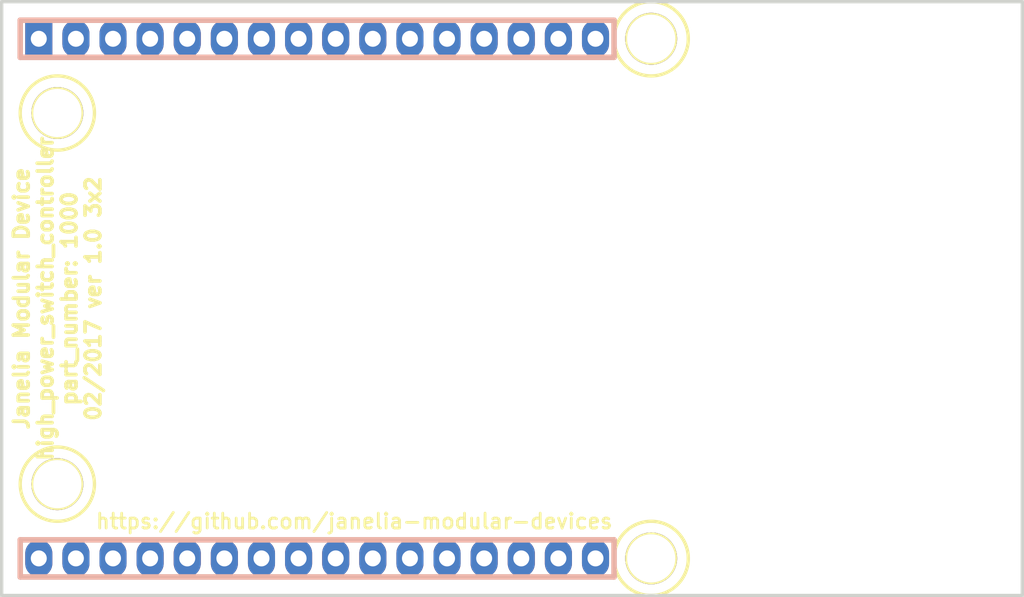
<source format=kicad_pcb>
(kicad_pcb (version 20170123) (host pcbnew no-vcs-found-7602~57~ubuntu16.04.1)

  (general
    (links 0)
    (no_connects 0)
    (area 0 0 0 0)
    (thickness 1.6)
    (drawings 6)
    (tracks 0)
    (zones 0)
    (modules 1)
    (nets 1)
  )

  (page A4)
  (title_block
    (title high_power_switch_controller_3x2)
    (rev 1.0)
  )

  (layers
    (0 F.Cu signal)
    (31 B.Cu signal)
    (32 B.Adhes user)
    (33 F.Adhes user)
    (34 B.Paste user)
    (35 F.Paste user)
    (36 B.SilkS user)
    (37 F.SilkS user)
    (38 B.Mask user)
    (39 F.Mask user)
    (40 Dwgs.User user hide)
    (41 Cmts.User user)
    (42 Eco1.User user)
    (43 Eco2.User user)
    (44 Edge.Cuts user)
    (45 Margin user)
    (46 B.CrtYd user)
    (47 F.CrtYd user)
    (48 B.Fab user)
    (49 F.Fab user hide)
  )

  (setup
    (last_trace_width 0.254)
    (trace_clearance 0.0254)
    (zone_clearance 0.2032)
    (zone_45_only no)
    (trace_min 0.254)
    (segment_width 0.2286)
    (edge_width 0.2286)
    (via_size 0.889)
    (via_drill 0.635)
    (via_min_size 0.889)
    (via_min_drill 0.508)
    (uvia_size 0.508)
    (uvia_drill 0.127)
    (uvias_allowed no)
    (uvia_min_size 0.508)
    (uvia_min_drill 0.127)
    (pcb_text_width 0.3)
    (pcb_text_size 1.5 1.5)
    (mod_edge_width 0.381)
    (mod_text_size 1 1)
    (mod_text_width 0.15)
    (pad_size 1.016 4.4958)
    (pad_drill 0)
    (pad_to_mask_clearance 0)
    (aux_axis_origin 0 0)
    (visible_elements FFFFF77F)
    (pcbplotparams
      (layerselection 0x000f0_ffffffff)
      (usegerberextensions true)
      (excludeedgelayer false)
      (linewidth 0.100000)
      (plotframeref false)
      (viasonmask false)
      (mode 1)
      (useauxorigin false)
      (hpglpennumber 1)
      (hpglpenspeed 20)
      (hpglpendiameter 15)
      (psnegative false)
      (psa4output false)
      (plotreference true)
      (plotvalue true)
      (plotinvisibletext false)
      (padsonsilk false)
      (subtractmaskfromsilk true)
      (outputformat 1)
      (mirror false)
      (drillshape 0)
      (scaleselection 1)
      (outputdirectory gerbers/))
  )

  (net 0 "")

  (net_class Default "This is the default net class."
    (clearance 0.0254)
    (trace_width 0.254)
    (via_dia 0.889)
    (via_drill 0.635)
    (uvia_dia 0.508)
    (uvia_drill 0.127)
    (diff_pair_gap 0.254)
    (diff_pair_width 0.254)
  )

  (net_class GND ""
    (clearance 0.1016)
    (trace_width 0.4064)
    (via_dia 0.889)
    (via_drill 0.635)
    (uvia_dia 0.508)
    (uvia_drill 0.127)
    (diff_pair_gap 0.254)
    (diff_pair_width 0.254)
  )

  (net_class LEDPOWER ""
    (clearance 0.254)
    (trace_width 0.6096)
    (via_dia 0.889)
    (via_drill 0.635)
    (uvia_dia 0.508)
    (uvia_drill 0.127)
    (diff_pair_gap 0.254)
    (diff_pair_width 0.254)
  )

  (net_class POWER ""
    (clearance 0.254)
    (trace_width 0.8128)
    (via_dia 0.889)
    (via_drill 0.635)
    (uvia_dia 0.508)
    (uvia_drill 0.127)
    (diff_pair_gap 0.254)
    (diff_pair_width 0.254)
  )

  (net_class SIGNAL ""
    (clearance 0.1016)
    (trace_width 0.4064)
    (via_dia 0.889)
    (via_drill 0.635)
    (uvia_dia 0.508)
    (uvia_drill 0.127)
    (diff_pair_gap 0.254)
    (diff_pair_width 0.254)
  )

  (net_class SUPERPOWER ""
    (clearance 0.254)
    (trace_width 1.2192)
    (via_dia 0.889)
    (via_drill 0.635)
    (uvia_dia 0.508)
    (uvia_drill 0.127)
    (diff_pair_gap 0.254)
    (diff_pair_width 0.254)
  )

  (module high_power_switch_controller_3x2:MODULAR_DEVICE_BASE_3X2_MALE (layer F.Cu) (tedit 5894A56C) (tstamp 589B69A7)
    (at 107.315 88.9)
    (path /589B6745)
    (fp_text reference MDB1 (at 0 0) (layer F.SilkS) hide
      (effects (font (size 1.016 1.016) (thickness 0.254)))
    )
    (fp_text value MODULAR_DEVICE_BASE_3X2_MALE (at 0 2.54) (layer F.SilkS) hide
      (effects (font (thickness 0.3048)))
    )
    (fp_circle (center -17.78 -12.7) (end -15.24 -12.7) (layer F.SilkS) (width 0.2286))
    (fp_circle (center -17.78 12.7) (end -15.24 12.7) (layer F.SilkS) (width 0.2286))
    (fp_circle (center 22.86 17.78) (end 25.4 17.78) (layer F.SilkS) (width 0.2286))
    (fp_circle (center 22.86 -17.78) (end 25.4 -17.78) (layer F.SilkS) (width 0.2286))
    (fp_line (start -20.32 16.51) (end -20.32 19.05) (layer B.SilkS) (width 0.381))
    (fp_line (start -20.32 19.05) (end 20.32 19.05) (layer B.SilkS) (width 0.381))
    (fp_line (start 20.32 19.05) (end 20.32 16.51) (layer B.SilkS) (width 0.381))
    (fp_line (start 20.32 16.51) (end -20.32 16.51) (layer B.SilkS) (width 0.381))
    (fp_line (start -20.32 -19.05) (end -20.32 -16.51) (layer B.SilkS) (width 0.381))
    (fp_line (start -20.32 -16.51) (end 20.32 -16.51) (layer B.SilkS) (width 0.381))
    (fp_line (start 20.32 -16.51) (end 20.32 -19.05) (layer B.SilkS) (width 0.381))
    (fp_line (start 20.32 -19.05) (end -20.32 -19.05) (layer B.SilkS) (width 0.381))
    (fp_line (start -21.59 -20.32) (end -21.59 20.32) (layer F.Fab) (width 0.2286))
    (fp_line (start -21.59 20.32) (end 48.26 20.32) (layer F.Fab) (width 0.2286))
    (fp_line (start 48.26 20.32) (end 48.26 -20.32) (layer F.Fab) (width 0.2286))
    (fp_line (start 48.26 -20.32) (end -21.59 -20.32) (layer F.Fab) (width 0.2286))
    (pad GND thru_hole oval (at -16.51 -17.78) (size 1.8542 2.54) (drill 1.0922) (layers *.Cu *.Mask))
    (pad 24 thru_hole oval (at -13.97 -17.78) (size 1.8542 2.54) (drill 1.0922) (layers *.Cu *.Mask))
    (pad VDD thru_hole rect (at -19.05 -17.78) (size 1.8542 2.54) (drill 1.0922) (layers *.Cu *.Mask))
    (pad 25 thru_hole oval (at -11.43 -17.78) (size 1.8542 2.54) (drill 1.0922) (layers *.Cu *.Mask))
    (pad 2 thru_hole oval (at -8.89 -17.78) (size 1.8542 2.54) (drill 1.0922) (layers *.Cu *.Mask))
    (pad 3 thru_hole oval (at -6.35 -17.78) (size 1.8542 2.54) (drill 1.0922) (layers *.Cu *.Mask))
    (pad 4 thru_hole oval (at -3.81 -17.78) (size 1.8542 2.54) (drill 1.0922) (layers *.Cu *.Mask))
    (pad 5 thru_hole oval (at -1.27 -17.78) (size 1.8542 2.54) (drill 1.0922) (layers *.Cu *.Mask))
    (pad 6 thru_hole oval (at 1.27 -17.78) (size 1.8542 2.54) (drill 1.0922) (layers *.Cu *.Mask))
    (pad 30 thru_hole oval (at 3.81 -17.78) (size 1.8542 2.54) (drill 1.0922) (layers *.Cu *.Mask))
    (pad 29 thru_hole oval (at 6.35 -17.78) (size 1.8542 2.54) (drill 1.0922) (layers *.Cu *.Mask))
    (pad 9 thru_hole oval (at 8.89 -17.78) (size 1.8542 2.54) (drill 1.0922) (layers *.Cu *.Mask))
    (pad 10 thru_hole oval (at 11.43 -17.78) (size 1.8542 2.54) (drill 1.0922) (layers *.Cu *.Mask))
    (pad 11 thru_hole oval (at 13.97 -17.78) (size 1.8542 2.54) (drill 1.0922) (layers *.Cu *.Mask))
    (pad 12 thru_hole oval (at 16.51 -17.78) (size 1.8542 2.54) (drill 1.0922) (layers *.Cu *.Mask))
    (pad 28 thru_hole oval (at 19.05 -17.78) (size 1.8542 2.54) (drill 1.0922) (layers *.Cu *.Mask))
    (pad DAC thru_hole oval (at 19.05 17.78) (size 1.8542 2.54) (drill 1.0922) (layers *.Cu *.Mask))
    (pad 13 thru_hole oval (at 16.51 17.78) (size 1.8542 2.54) (drill 1.0922) (layers *.Cu *.Mask))
    (pad 14 thru_hole oval (at 13.97 17.78) (size 1.8542 2.54) (drill 1.0922) (layers *.Cu *.Mask))
    (pad 15 thru_hole oval (at 11.43 17.78) (size 1.8542 2.54) (drill 1.0922) (layers *.Cu *.Mask))
    (pad 16 thru_hole oval (at 8.89 17.78) (size 1.8542 2.54) (drill 1.0922) (layers *.Cu *.Mask))
    (pad 17 thru_hole oval (at 6.35 17.78) (size 1.8542 2.54) (drill 1.0922) (layers *.Cu *.Mask))
    (pad 18 thru_hole oval (at 3.81 17.78) (size 1.8542 2.54) (drill 1.0922) (layers *.Cu *.Mask))
    (pad 19 thru_hole oval (at 1.27 17.78) (size 1.8542 2.54) (drill 1.0922) (layers *.Cu *.Mask))
    (pad 20 thru_hole oval (at -1.27 17.78) (size 1.8542 2.54) (drill 1.0922) (layers *.Cu *.Mask))
    (pad 21 thru_hole oval (at -3.81 17.78) (size 1.8542 2.54) (drill 1.0922) (layers *.Cu *.Mask))
    (pad 22 thru_hole oval (at -6.35 17.78) (size 1.8542 2.54) (drill 1.0922) (layers *.Cu *.Mask))
    (pad 23 thru_hole oval (at -8.89 17.78) (size 1.8542 2.54) (drill 1.0922) (layers *.Cu *.Mask))
    (pad 3V3 thru_hole oval (at -11.43 17.78) (size 1.8542 2.54) (drill 1.0922) (layers *.Cu *.Mask))
    (pad AGND thru_hole oval (at -13.97 17.78) (size 1.8542 2.54) (drill 1.0922) (layers *.Cu *.Mask))
    (pad VEE thru_hole oval (at -16.51 17.78) (size 1.8542 2.54) (drill 1.0922) (layers *.Cu *.Mask))
    (pad AREF thru_hole oval (at -19.05 17.78) (size 1.8542 2.54) (drill 1.0922) (layers *.Cu *.Mask))
    (pad "" thru_hole circle (at -17.78 -12.7) (size 3.556 3.556) (drill 3.302) (layers *.Cu *.Mask F.SilkS))
    (pad "" thru_hole circle (at -17.78 12.7) (size 3.556 3.556) (drill 3.302) (layers *.Cu *.Mask F.SilkS))
    (pad "" thru_hole circle (at 22.86 17.78) (size 3.556 3.556) (drill 3.302) (layers *.Cu *.Mask F.SilkS))
    (pad "" thru_hole circle (at 22.86 -17.78) (size 3.556 3.556) (drill 3.302) (layers *.Cu *.Mask F.SilkS))
  )

  (gr_line (start 155.575 68.58) (end 85.725 68.58) (angle 90) (layer Edge.Cuts) (width 0.2286))
  (gr_line (start 155.575 109.22) (end 155.575 68.58) (angle 90) (layer Edge.Cuts) (width 0.2286))
  (gr_line (start 85.725 109.22) (end 155.575 109.22) (angle 90) (layer Edge.Cuts) (width 0.2286))
  (gr_line (start 85.725 68.58) (end 85.725 109.22) (angle 90) (layer Edge.Cuts) (width 0.2286))
  (gr_text https://github.com/janelia-modular-devices (at 109.855 104.14) (layer F.SilkS)
    (effects (font (size 1.016 1.016) (thickness 0.1905)))
  )
  (gr_text "Janelia Modular Device\nhigh_power_switch_controller\npart_number: 1000\n02/2017 ver 1.0 3x2" (at 89.535 88.9 90) (layer F.SilkS)
    (effects (font (size 1.016 1.016) (thickness 0.254)))
  )

)

</source>
